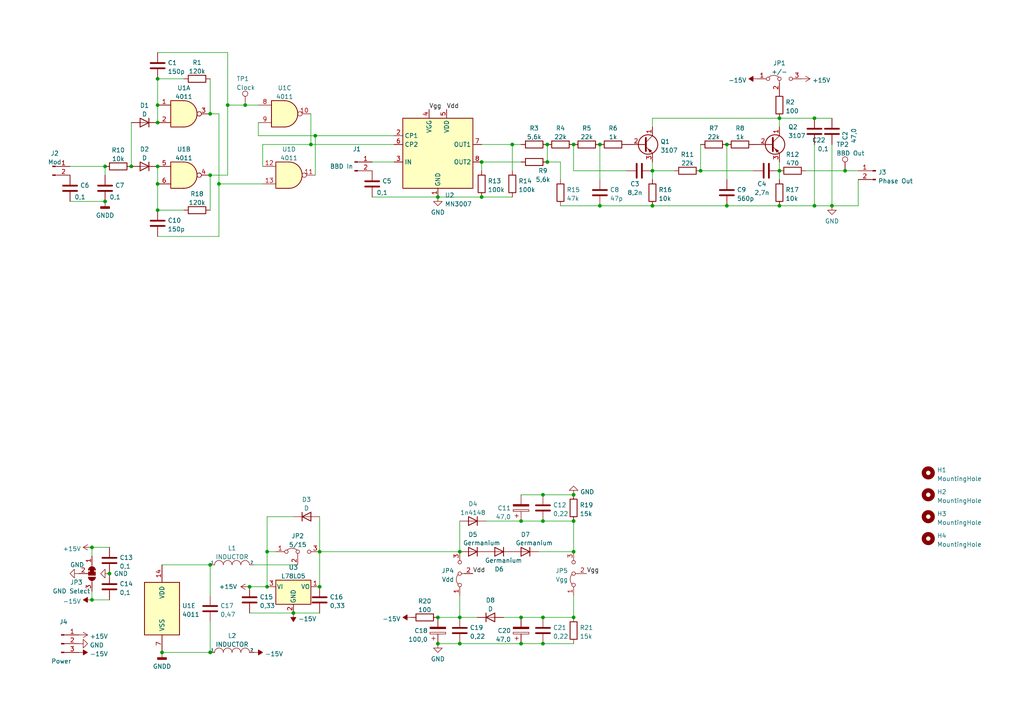
<source format=kicad_sch>
(kicad_sch (version 20211123) (generator eeschema)
  (paper "A4")
  (lib_symbols
    (symbol "4xxx:4011" (pin_names (offset 1.016))
      (property "Reference" "U" (at 0 1.27 0))
      (property "Value" "4011" (at 0 -1.27 0))
      (symbol "4011_1_1"
        (arc (start 0 -3.81) (mid 3.81 0) (end 0 3.81) (stroke (width 0.254)) (fill (type background)))
        (polyline (pts (xy 0 3.81) (xy -3.81 3.81) (xy -3.81 -3.81) (xy 0 -3.81)) (stroke (width 0.254)) (fill (type background)))
        (pin input line (at -7.62 2.54 0) (length 3.81) (name "~") (number "1"))
        (pin input line (at -7.62 -2.54 0) (length 3.81) (name "~") (number "2"))
        (pin output inverted (at 7.62 0 180) (length 3.81) (name "~") (number "3"))
      )
      (symbol "4011_1_2"
        (arc (start -3.81 -3.81) (mid -2.589 0) (end -3.81 3.81) (stroke (width 0.254)))
        (arc (start -0.6096 -3.81) (mid 2.1842 -2.5851) (end 3.81 0) (stroke (width 0.254)) (fill (type background)))
        (polyline (pts (xy -3.81 -3.81) (xy -0.635 -3.81)) (stroke (width 0.254)) (fill (type background)))
        (polyline (pts (xy -3.81 3.81) (xy -0.635 3.81)) (stroke (width 0.254)) (fill (type background)))
        (polyline (pts (xy -0.635 3.81) (xy -3.81 3.81) (xy -3.81 3.81) (xy -3.556 3.4036) (xy -3.0226 2.2606) (xy -2.6924 1.0414) (xy -2.6162 -0.254) (xy -2.7686 -1.4986) (xy -3.175 -2.7178) (xy -3.81 -3.81) (xy -3.81 -3.81) (xy -0.635 -3.81)) (stroke (width -25.4)) (fill (type background)))
        (arc (start 3.81 0) (mid 2.1915 2.5936) (end -0.6096 3.81) (stroke (width 0.254)) (fill (type background)))
        (pin input inverted (at -7.62 2.54 0) (length 4.318) (name "~") (number "1"))
        (pin input inverted (at -7.62 -2.54 0) (length 4.318) (name "~") (number "2"))
        (pin output line (at 7.62 0 180) (length 3.81) (name "~") (number "3"))
      )
      (symbol "4011_2_1"
        (arc (start 0 -3.81) (mid 3.81 0) (end 0 3.81) (stroke (width 0.254)) (fill (type background)))
        (polyline (pts (xy 0 3.81) (xy -3.81 3.81) (xy -3.81 -3.81) (xy 0 -3.81)) (stroke (width 0.254)) (fill (type background)))
        (pin output inverted (at 7.62 0 180) (length 3.81) (name "~") (number "4"))
        (pin input line (at -7.62 2.54 0) (length 3.81) (name "~") (number "5"))
        (pin input line (at -7.62 -2.54 0) (length 3.81) (name "~") (number "6"))
      )
      (symbol "4011_2_2"
        (arc (start -3.81 -3.81) (mid -2.589 0) (end -3.81 3.81) (stroke (width 0.254)))
        (arc (start -0.6096 -3.81) (mid 2.1842 -2.5851) (end 3.81 0) (stroke (width 0.254)) (fill (type background)))
        (polyline (pts (xy -3.81 -3.81) (xy -0.635 -3.81)) (stroke (width 0.254)) (fill (type background)))
        (polyline (pts (xy -3.81 3.81) (xy -0.635 3.81)) (stroke (width 0.254)) (fill (type background)))
        (polyline (pts (xy -0.635 3.81) (xy -3.81 3.81) (xy -3.81 3.81) (xy -3.556 3.4036) (xy -3.0226 2.2606) (xy -2.6924 1.0414) (xy -2.6162 -0.254) (xy -2.7686 -1.4986) (xy -3.175 -2.7178) (xy -3.81 -3.81) (xy -3.81 -3.81) (xy -0.635 -3.81)) (stroke (width -25.4)) (fill (type background)))
        (arc (start 3.81 0) (mid 2.1915 2.5936) (end -0.6096 3.81) (stroke (width 0.254)) (fill (type background)))
        (pin output line (at 7.62 0 180) (length 3.81) (name "~") (number "4"))
        (pin input inverted (at -7.62 2.54 0) (length 4.318) (name "~") (number "5"))
        (pin input inverted (at -7.62 -2.54 0) (length 4.318) (name "~") (number "6"))
      )
      (symbol "4011_3_1"
        (arc (start 0 -3.81) (mid 3.81 0) (end 0 3.81) (stroke (width 0.254)) (fill (type background)))
        (polyline (pts (xy 0 3.81) (xy -3.81 3.81) (xy -3.81 -3.81) (xy 0 -3.81)) (stroke (width 0.254)) (fill (type background)))
        (pin output inverted (at 7.62 0 180) (length 3.81) (name "~") (number "10"))
        (pin input line (at -7.62 2.54 0) (length 3.81) (name "~") (number "8"))
        (pin input line (at -7.62 -2.54 0) (length 3.81) (name "~") (number "9"))
      )
      (symbol "4011_3_2"
        (arc (start -3.81 -3.81) (mid -2.589 0) (end -3.81 3.81) (stroke (width 0.254)))
        (arc (start -0.6096 -3.81) (mid 2.1842 -2.5851) (end 3.81 0) (stroke (width 0.254)) (fill (type background)))
        (polyline (pts (xy -3.81 -3.81) (xy -0.635 -3.81)) (stroke (width 0.254)) (fill (type background)))
        (polyline (pts (xy -3.81 3.81) (xy -0.635 3.81)) (stroke (width 0.254)) (fill (type background)))
        (polyline (pts (xy -0.635 3.81) (xy -3.81 3.81) (xy -3.81 3.81) (xy -3.556 3.4036) (xy -3.0226 2.2606) (xy -2.6924 1.0414) (xy -2.6162 -0.254) (xy -2.7686 -1.4986) (xy -3.175 -2.7178) (xy -3.81 -3.81) (xy -3.81 -3.81) (xy -0.635 -3.81)) (stroke (width -25.4)) (fill (type background)))
        (arc (start 3.81 0) (mid 2.1915 2.5936) (end -0.6096 3.81) (stroke (width 0.254)) (fill (type background)))
        (pin output line (at 7.62 0 180) (length 3.81) (name "~") (number "10"))
        (pin input inverted (at -7.62 2.54 0) (length 4.318) (name "~") (number "8"))
        (pin input inverted (at -7.62 -2.54 0) (length 4.318) (name "~") (number "9"))
      )
      (symbol "4011_4_1"
        (arc (start 0 -3.81) (mid 3.81 0) (end 0 3.81) (stroke (width 0.254)) (fill (type background)))
        (polyline (pts (xy 0 3.81) (xy -3.81 3.81) (xy -3.81 -3.81) (xy 0 -3.81)) (stroke (width 0.254)) (fill (type background)))
        (pin output inverted (at 7.62 0 180) (length 3.81) (name "~") (number "11"))
        (pin input line (at -7.62 2.54 0) (length 3.81) (name "~") (number "12"))
        (pin input line (at -7.62 -2.54 0) (length 3.81) (name "~") (number "13"))
      )
      (symbol "4011_4_2"
        (arc (start -3.81 -3.81) (mid -2.589 0) (end -3.81 3.81) (stroke (width 0.254)))
        (arc (start -0.6096 -3.81) (mid 2.1842 -2.5851) (end 3.81 0) (stroke (width 0.254)) (fill (type background)))
        (polyline (pts (xy -3.81 -3.81) (xy -0.635 -3.81)) (stroke (width 0.254)) (fill (type background)))
        (polyline (pts (xy -3.81 3.81) (xy -0.635 3.81)) (stroke (width 0.254)) (fill (type background)))
        (polyline (pts (xy -0.635 3.81) (xy -3.81 3.81) (xy -3.81 3.81) (xy -3.556 3.4036) (xy -3.0226 2.2606) (xy -2.6924 1.0414) (xy -2.6162 -0.254) (xy -2.7686 -1.4986) (xy -3.175 -2.7178) (xy -3.81 -3.81) (xy -3.81 -3.81) (xy -0.635 -3.81)) (stroke (width -25.4)) (fill (type background)))
        (arc (start 3.81 0) (mid 2.1915 2.5936) (end -0.6096 3.81) (stroke (width 0.254)) (fill (type background)))
        (pin output line (at 7.62 0 180) (length 3.81) (name "~") (number "11"))
        (pin input inverted (at -7.62 2.54 0) (length 4.318) (name "~") (number "12"))
        (pin input inverted (at -7.62 -2.54 0) (length 4.318) (name "~") (number "13"))
      )
      (symbol "4011_5_0"
        (pin power_in line (at 0 12.7 270) (length 5.08) (name "VDD") (number "14"))
        (pin power_in line (at 0 -12.7 90) (length 5.08) (name "VSS") (number "7"))
      )
      (symbol "4011_5_1"
        (rectangle (start -5.08 7.62) (end 5.08 -7.62) (stroke (width 0.254)) (fill (type background)))
      )
    )
    (symbol "Audio:MN3007"
      (property "Reference" "U" (at -10.16 12.7 0))
      (property "Value" "MN3007" (at 10.16 -12.7 0))
      (symbol "MN3007_0_1"
        (rectangle (start -10.16 10.16) (end 10.16 -10.16) (stroke (width 0.254)) (fill (type background)))
      )
      (symbol "MN3007_1_1"
        (pin power_in line (at 0 -12.7 90) (length 2.54) (name "GND") (number "1"))
        (pin input line (at -12.7 5.08 0) (length 2.54) (name "CP1") (number "2"))
        (pin input line (at -12.7 -2.54 0) (length 2.54) (name "IN") (number "3"))
        (pin power_in line (at -2.54 12.7 270) (length 2.54) (name "VGG") (number "4"))
        (pin power_in line (at 2.54 12.7 270) (length 2.54) (name "VDD") (number "5"))
        (pin input line (at -12.7 2.54 0) (length 2.54) (name "CP2") (number "6"))
        (pin output line (at 12.7 2.54 180) (length 2.54) (name "OUT1") (number "7"))
        (pin output line (at 12.7 -2.54 180) (length 2.54) (name "OUT2") (number "8"))
      )
    )
    (symbol "Connector:Conn_01x02_Male" (pin_names (offset 1.016) hide)
      (property "Reference" "J" (at 0 2.54 0))
      (property "Value" "Conn_01x02_Male" (at 0 -5.08 0))
      (symbol "Conn_01x02_Male_1_1"
        (polyline (pts (xy 1.27 -2.54) (xy 0.8636 -2.54)) (stroke (width 0.1524)))
        (polyline (pts (xy 1.27 0) (xy 0.8636 0)) (stroke (width 0.1524)))
        (rectangle (start 0.8636 -2.413) (end 0 -2.667) (stroke (width 0.1524)) (fill (type outline)))
        (rectangle (start 0.8636 0.127) (end 0 -0.127) (stroke (width 0.1524)) (fill (type outline)))
        (pin passive line (at 5.08 0 180) (length 3.81) (name "Pin_1") (number "1"))
        (pin passive line (at 5.08 -2.54 180) (length 3.81) (name "Pin_2") (number "2"))
      )
    )
    (symbol "Connector:Conn_01x03_Male" (pin_names (offset 1.016) hide)
      (property "Reference" "J" (at 0 5.08 0))
      (property "Value" "Conn_01x03_Male" (at 0 -5.08 0))
      (symbol "Conn_01x03_Male_1_1"
        (polyline (pts (xy 1.27 -2.54) (xy 0.8636 -2.54)) (stroke (width 0.1524)))
        (polyline (pts (xy 1.27 0) (xy 0.8636 0)) (stroke (width 0.1524)))
        (polyline (pts (xy 1.27 2.54) (xy 0.8636 2.54)) (stroke (width 0.1524)))
        (rectangle (start 0.8636 -2.413) (end 0 -2.667) (stroke (width 0.1524)) (fill (type outline)))
        (rectangle (start 0.8636 0.127) (end 0 -0.127) (stroke (width 0.1524)) (fill (type outline)))
        (rectangle (start 0.8636 2.667) (end 0 2.413) (stroke (width 0.1524)) (fill (type outline)))
        (pin passive line (at 5.08 2.54 180) (length 3.81) (name "Pin_1") (number "1"))
        (pin passive line (at 5.08 0 180) (length 3.81) (name "Pin_2") (number "2"))
        (pin passive line (at 5.08 -2.54 180) (length 3.81) (name "Pin_3") (number "3"))
      )
    )
    (symbol "Connector:TestPoint" (pin_numbers hide) (pin_names (offset 0.762) hide)
      (property "Reference" "TP" (at 0 6.858 0))
      (property "Value" "TestPoint" (at 0 5.08 0))
      (symbol "TestPoint_0_1"
        (circle (center 0 3.302) (radius 0.762))
      )
      (symbol "TestPoint_1_1"
        (pin passive line (at 0 0 90) (length 2.54) (name "1") (number "1"))
      )
    )
    (symbol "Device:C" (pin_numbers hide) (pin_names (offset 0.254))
      (property "Reference" "C" (at 0.635 2.54 0))
      (property "Value" "C" (at 0.635 -2.54 0))
      (symbol "C_0_1"
        (polyline (pts (xy -2.032 -0.762) (xy 2.032 -0.762)) (stroke (width 0.508)))
        (polyline (pts (xy -2.032 0.762) (xy 2.032 0.762)) (stroke (width 0.508)))
      )
      (symbol "C_1_1"
        (pin passive line (at 0 3.81 270) (length 2.794) (name "~") (number "1"))
        (pin passive line (at 0 -3.81 90) (length 2.794) (name "~") (number "2"))
      )
    )
    (symbol "Device:C_Polarized" (pin_numbers hide) (pin_names (offset 0.254))
      (property "Reference" "C" (at 0.635 2.54 0))
      (property "Value" "C_Polarized" (at 0.635 -2.54 0))
      (symbol "C_Polarized_0_1"
        (rectangle (start -2.286 0.508) (end 2.286 1.016))
        (polyline (pts (xy -1.778 2.286) (xy -0.762 2.286)))
        (polyline (pts (xy -1.27 2.794) (xy -1.27 1.778)))
        (rectangle (start 2.286 -0.508) (end -2.286 -1.016) (fill (type outline)))
      )
      (symbol "C_Polarized_1_1"
        (pin passive line (at 0 3.81 270) (length 2.794) (name "~") (number "1"))
        (pin passive line (at 0 -3.81 90) (length 2.794) (name "~") (number "2"))
      )
    )
    (symbol "Device:D" (pin_numbers hide) (pin_names (offset 1.016) hide)
      (property "Reference" "D" (at 0 2.54 0))
      (property "Value" "D" (at 0 -2.54 0))
      (symbol "D_0_1"
        (polyline (pts (xy -1.27 1.27) (xy -1.27 -1.27)) (stroke (width 0.254)))
        (polyline (pts (xy 1.27 0) (xy -1.27 0)))
        (polyline (pts (xy 1.27 1.27) (xy 1.27 -1.27) (xy -1.27 0) (xy 1.27 1.27)) (stroke (width 0.254)))
      )
      (symbol "D_1_1"
        (pin passive line (at -3.81 0 0) (length 2.54) (name "K") (number "1"))
        (pin passive line (at 3.81 0 180) (length 2.54) (name "A") (number "2"))
      )
    )
    (symbol "Device:Q_PNP_CBE" (pin_names (offset 0) hide)
      (property "Reference" "Q" (at 5.08 1.27 0))
      (property "Value" "Q_PNP_CBE" (at 5.08 -1.27 0))
      (symbol "Q_PNP_CBE_0_1"
        (polyline (pts (xy 0.635 0.635) (xy 2.54 2.54)))
        (polyline (pts (xy 0.635 -0.635) (xy 2.54 -2.54) (xy 2.54 -2.54)))
        (polyline (pts (xy 0.635 1.905) (xy 0.635 -1.905) (xy 0.635 -1.905)) (stroke (width 0.508)))
        (polyline (pts (xy 2.286 -1.778) (xy 1.778 -2.286) (xy 1.27 -1.27) (xy 2.286 -1.778) (xy 2.286 -1.778)) (fill (type outline)))
        (circle (center 1.27 0) (radius 2.8194) (stroke (width 0.254)))
      )
      (symbol "Q_PNP_CBE_1_1"
        (pin passive line (at 2.54 5.08 270) (length 2.54) (name "C") (number "1"))
        (pin input line (at -5.08 0 0) (length 5.715) (name "B") (number "2"))
        (pin passive line (at 2.54 -5.08 90) (length 2.54) (name "E") (number "3"))
      )
    )
    (symbol "Device:R" (pin_numbers hide) (pin_names (offset 0))
      (property "Reference" "R" (at 2.032 0 90))
      (property "Value" "R" (at 0 0 90))
      (symbol "R_0_1"
        (rectangle (start -1.016 -2.54) (end 1.016 2.54) (stroke (width 0.254)))
      )
      (symbol "R_1_1"
        (pin passive line (at 0 3.81 270) (length 1.27) (name "~") (number "1"))
        (pin passive line (at 0 -3.81 90) (length 1.27) (name "~") (number "2"))
      )
    )
    (symbol "Jumper:Jumper_3_Bridged12" (pin_names (offset 0) hide)
      (property "Reference" "JP" (at -2.54 -2.54 0))
      (property "Value" "Jumper_3_Bridged12" (at 0 2.794 0))
      (symbol "Jumper_3_Bridged12_0_0"
        (circle (center -3.302 0) (radius 0.508))
        (circle (center 0 0) (radius 0.508))
        (circle (center 3.302 0) (radius 0.508))
      )
      (symbol "Jumper_3_Bridged12_0_1"
        (arc (start -0.254 0.508) (mid -1.651 0.9912) (end -3.048 0.508))
        (polyline (pts (xy 0 -1.27) (xy 0 -0.508)))
      )
      (symbol "Jumper_3_Bridged12_1_1"
        (pin passive line (at -6.35 0 0) (length 2.54) (name "A") (number "1"))
        (pin passive line (at 0 -3.81 90) (length 2.54) (name "C") (number "2"))
        (pin passive line (at 6.35 0 180) (length 2.54) (name "B") (number "3"))
      )
    )
    (symbol "Jumper:SolderJumper_3_Bridged12" (pin_names (offset 0) hide)
      (property "Reference" "JP" (at -2.54 -2.54 0))
      (property "Value" "SolderJumper_3_Bridged12" (at 0 2.794 0))
      (symbol "SolderJumper_3_Bridged12_0_1"
        (rectangle (start -1.016 0.508) (end -0.508 -0.508) (fill (type outline)))
        (arc (start -1.016 1.016) (mid -2.032 0) (end -1.016 -1.016))
        (arc (start -1.016 1.016) (mid -2.032 0) (end -1.016 -1.016) (fill (type outline)))
        (rectangle (start -0.508 1.016) (end 0.508 -1.016) (fill (type outline)))
        (polyline (pts (xy -2.54 0) (xy -2.032 0)))
        (polyline (pts (xy -1.016 1.016) (xy -1.016 -1.016)))
        (polyline (pts (xy 0 -1.27) (xy 0 -1.016)))
        (polyline (pts (xy 1.016 1.016) (xy 1.016 -1.016)))
        (polyline (pts (xy 2.54 0) (xy 2.032 0)))
        (arc (start 1.016 -1.016) (mid 2.032 0) (end 1.016 1.016))
        (arc (start 1.016 -1.016) (mid 2.032 0) (end 1.016 1.016) (fill (type outline)))
      )
      (symbol "SolderJumper_3_Bridged12_1_1"
        (pin passive line (at -5.08 0 0) (length 2.54) (name "A") (number "1"))
        (pin passive line (at 0 -3.81 90) (length 2.54) (name "C") (number "2"))
        (pin passive line (at 5.08 0 180) (length 2.54) (name "B") (number "3"))
      )
    )
    (symbol "Mechanical:MountingHole" (pin_names (offset 1.016))
      (property "Reference" "H" (at 0 5.08 0))
      (property "Value" "MountingHole" (at 0 3.175 0))
      (symbol "MountingHole_0_1"
        (circle (center 0 0) (radius 1.27) (stroke (width 1.27)))
      )
    )
    (symbol "Regulator_Linear:L78L05_TO92" (pin_names (offset 0.254))
      (property "Reference" "U" (at -3.81 3.175 0))
      (property "Value" "L78L05_TO92" (at 0 3.175 0))
      (symbol "L78L05_TO92_0_1"
        (rectangle (start -5.08 -5.08) (end 5.08 1.905) (stroke (width 0.254)) (fill (type background)))
      )
      (symbol "L78L05_TO92_1_1"
        (pin power_out line (at 7.62 0 180) (length 2.54) (name "VO") (number "1"))
        (pin power_in line (at 0 -7.62 90) (length 2.54) (name "GND") (number "2"))
        (pin power_in line (at -7.62 0 0) (length 2.54) (name "VI") (number "3"))
      )
    )
    (symbol "power:+15V" (power) (pin_names (offset 0))
      (property "Value" "+15V" (at 0 3.556 0))
      (symbol "+15V_0_1"
        (polyline (pts (xy -0.762 1.27) (xy 0 2.54)))
        (polyline (pts (xy 0 0) (xy 0 2.54)))
        (polyline (pts (xy 0 2.54) (xy 0.762 1.27)))
      )
      (symbol "+15V_1_1"
        (pin power_in line (at 0 0 90) (length 0) hide (name "+15V") (number "1"))
      )
    )
    (symbol "power:-15V" (power) (pin_names (offset 0))
      (property "Value" "-15V" (at 0 3.81 0))
      (symbol "-15V_0_0"
        (pin power_in line (at 0 0 90) (length 0) hide (name "-15V") (number "1"))
      )
      (symbol "-15V_0_1"
        (polyline (pts (xy 0 0) (xy 0 1.27) (xy 0.762 1.27) (xy 0 2.54) (xy -0.762 1.27) (xy 0 1.27)) (fill (type outline)))
      )
    )
    (symbol "power:GND" (power) (pin_names (offset 0))
      (property "Value" "GND" (at 0 -3.81 0))
      (symbol "GND_0_1"
        (polyline (pts (xy 0 0) (xy 0 -1.27) (xy 1.27 -1.27) (xy 0 -2.54) (xy -1.27 -1.27) (xy 0 -1.27)))
      )
      (symbol "GND_1_1"
        (pin power_in line (at 0 0 270) (length 0) hide (name "GND") (number "1"))
      )
    )
    (symbol "power:GNDD" (power) (pin_names (offset 0))
      (property "Value" "GNDD" (at 0 -3.175 0))
      (symbol "GNDD_0_1"
        (rectangle (start -1.27 -1.524) (end 1.27 -2.032) (stroke (width 0.254)) (fill (type outline)))
        (polyline (pts (xy 0 0) (xy 0 -1.524)))
      )
      (symbol "GNDD_1_1"
        (pin power_in line (at 0 0 270) (length 0) hide (name "GNDD") (number "1"))
      )
    )
    (symbol "pspice:INDUCTOR" (pin_numbers hide) (pin_names (offset 0))
      (property "Reference" "L" (at 0 2.54 0))
      (property "Value" "INDUCTOR" (at 0 -1.27 0))
      (symbol "INDUCTOR_0_1"
        (arc (start -2.54 0) (mid -3.81 1.27) (end -5.08 0))
        (arc (start 0 0) (mid -1.27 1.27) (end -2.54 0))
        (arc (start 2.54 0) (mid 1.27 1.27) (end 0 0))
        (arc (start 5.08 0) (mid 3.81 1.27) (end 2.54 0))
      )
      (symbol "INDUCTOR_1_1"
        (pin input line (at -6.35 0 0) (length 1.27) (name "1") (number "1"))
        (pin input line (at 6.35 0 180) (length 1.27) (name "2") (number "2"))
      )
    )
  )
  (junction (at 66.04 30.48))
  (junction (at 85.09 177.8))
  (junction (at 60.96 50.8))
  (junction (at 30.48 58.42))
  (junction (at 148.59 41.91))
  (junction (at 241.3 59.69))
  (junction (at 226.06 34.29))
  (junction (at 226.06 49.53))
  (junction (at 189.23 49.53))
  (junction (at 139.7 46.99))
  (junction (at 173.99 41.91))
  (junction (at 166.37 160.02))
  (junction (at 158.75 46.99))
  (junction (at 77.47 170.18))
  (junction (at 127 179.07))
  (junction (at 166.37 41.91))
  (junction (at 157.48 186.69))
  (junction (at 60.96 163.83))
  (junction (at 203.2 49.53))
  (junction (at 245.11 49.53))
  (junction (at 45.72 53.34))
  (junction (at 236.22 59.69))
  (junction (at 60.96 33.02))
  (junction (at 92.71 170.18))
  (junction (at 77.47 160.02))
  (junction (at 127 57.15))
  (junction (at 157.48 151.13))
  (junction (at 173.99 59.69))
  (junction (at 92.71 160.02))
  (junction (at 236.22 34.29))
  (junction (at 151.13 179.07))
  (junction (at 127 186.69))
  (junction (at 30.48 48.26))
  (junction (at 45.72 35.56))
  (junction (at 166.37 143.51))
  (junction (at 45.72 60.96))
  (junction (at 26.67 173.99))
  (junction (at 210.82 59.69))
  (junction (at 63.5 53.34))
  (junction (at 45.72 48.26))
  (junction (at 38.1 48.26))
  (junction (at 157.48 143.51))
  (junction (at 72.39 170.18))
  (junction (at 157.48 179.07))
  (junction (at 139.7 57.15))
  (junction (at 45.72 30.48))
  (junction (at 71.12 30.48))
  (junction (at 189.23 59.69))
  (junction (at 166.37 151.13))
  (junction (at 133.35 160.02))
  (junction (at 133.35 179.07))
  (junction (at 166.37 179.07))
  (junction (at 210.82 41.91))
  (junction (at 45.72 22.86))
  (junction (at 226.06 59.69))
  (junction (at 90.17 41.91))
  (junction (at 26.67 158.75))
  (junction (at 31.75 166.37))
  (junction (at 158.75 41.91))
  (junction (at 151.13 186.69))
  (junction (at 133.35 186.69))
  (junction (at 151.13 151.13))
  (junction (at 46.99 189.23))
  (junction (at 60.96 189.23))
  (junction (at 91.44 39.37))
  (wire (pts (xy 45.72 30.48) (xy 45.72 35.56)))
  (wire (pts (xy 162.56 46.99) (xy 158.75 46.99)))
  (wire (pts (xy 162.56 59.69) (xy 173.99 59.69)))
  (wire (pts (xy 53.34 60.96) (xy 45.72 60.96)))
  (wire (pts (xy 45.72 60.96) (xy 45.72 53.34)))
  (wire (pts (xy 45.72 48.26) (xy 45.72 53.34)))
  (wire (pts (xy 140.97 151.13) (xy 151.13 151.13)))
  (wire (pts (xy 72.39 170.18) (xy 77.47 170.18)))
  (wire (pts (xy 162.56 52.07) (xy 162.56 46.99)))
  (wire (pts (xy 189.23 49.53) (xy 189.23 52.07)))
  (wire (pts (xy 26.67 158.75) (xy 26.67 161.29)))
  (wire (pts (xy 127 186.69) (xy 133.35 186.69)))
  (wire (pts (xy 173.99 59.69) (xy 189.23 59.69)))
  (wire (pts (xy 218.44 49.53) (xy 203.2 49.53)))
  (wire (pts (xy 74.93 39.37) (xy 91.44 39.37)))
  (wire (pts (xy 166.37 172.72) (xy 166.37 179.07)))
  (wire (pts (xy 151.13 151.13) (xy 157.48 151.13)))
  (wire (pts (xy 85.09 177.8) (xy 92.71 177.8)))
  (wire (pts (xy 53.34 22.86) (xy 45.72 22.86)))
  (wire (pts (xy 210.82 59.69) (xy 226.06 59.69)))
  (wire (pts (xy 26.67 158.75) (xy 31.75 158.75)))
  (wire (pts (xy 139.7 46.99) (xy 139.7 49.53)))
  (wire (pts (xy 133.35 172.72) (xy 133.35 179.07)))
  (wire (pts (xy 92.71 149.86) (xy 92.71 160.02)))
  (wire (pts (xy 166.37 151.13) (xy 166.37 160.02)))
  (wire (pts (xy 133.35 179.07) (xy 138.43 179.07)))
  (wire (pts (xy 146.05 179.07) (xy 151.13 179.07)))
  (wire (pts (xy 60.96 163.83) (xy 60.96 172.72)))
  (wire (pts (xy 127 57.15) (xy 139.7 57.15)))
  (wire (pts (xy 173.99 41.91) (xy 173.99 52.07)))
  (wire (pts (xy 63.5 53.34) (xy 63.5 33.02)))
  (wire (pts (xy 45.72 15.24) (xy 66.04 15.24)))
  (wire (pts (xy 226.06 46.99) (xy 226.06 49.53)))
  (wire (pts (xy 46.99 163.83) (xy 60.96 163.83)))
  (wire (pts (xy 91.44 39.37) (xy 114.3 39.37)))
  (wire (pts (xy 245.11 49.53) (xy 248.92 49.53)))
  (wire (pts (xy 151.13 143.51) (xy 157.48 143.51)))
  (wire (pts (xy 156.21 160.02) (xy 166.37 160.02)))
  (wire (pts (xy 107.95 46.99) (xy 114.3 46.99)))
  (wire (pts (xy 189.23 36.83) (xy 189.23 34.29)))
  (wire (pts (xy 66.04 15.24) (xy 66.04 30.48)))
  (wire (pts (xy 248.92 52.07) (xy 248.92 59.69)))
  (wire (pts (xy 73.66 163.83) (xy 86.36 163.83)))
  (wire (pts (xy 236.22 41.91) (xy 236.22 59.69)))
  (wire (pts (xy 133.35 151.13) (xy 133.35 160.02)))
  (wire (pts (xy 85.09 149.86) (xy 77.47 149.86)))
  (wire (pts (xy 90.17 41.91) (xy 114.3 41.91)))
  (wire (pts (xy 77.47 160.02) (xy 77.47 170.18)))
  (wire (pts (xy 181.61 49.53) (xy 166.37 49.53)))
  (wire (pts (xy 107.95 57.15) (xy 127 57.15)))
  (wire (pts (xy 74.93 30.48) (xy 71.12 30.48)))
  (wire (pts (xy 226.06 34.29) (xy 226.06 36.83)))
  (wire (pts (xy 241.3 41.91) (xy 241.3 59.69)))
  (wire (pts (xy 91.44 39.37) (xy 91.44 50.8)))
  (wire (pts (xy 30.48 50.8) (xy 30.48 48.26)))
  (wire (pts (xy 20.32 48.26) (xy 30.48 48.26)))
  (wire (pts (xy 45.72 68.58) (xy 63.5 68.58)))
  (wire (pts (xy 233.68 49.53) (xy 245.11 49.53)))
  (wire (pts (xy 157.48 143.51) (xy 166.37 143.51)))
  (wire (pts (xy 72.39 177.8) (xy 85.09 177.8)))
  (wire (pts (xy 148.59 41.91) (xy 151.13 41.91)))
  (wire (pts (xy 76.2 41.91) (xy 76.2 48.26)))
  (wire (pts (xy 236.22 59.69) (xy 226.06 59.69)))
  (wire (pts (xy 92.71 160.02) (xy 92.71 170.18)))
  (wire (pts (xy 139.7 46.99) (xy 151.13 46.99)))
  (wire (pts (xy 26.67 171.45) (xy 26.67 173.99)))
  (wire (pts (xy 166.37 49.53) (xy 166.37 41.91)))
  (wire (pts (xy 20.32 58.42) (xy 30.48 58.42)))
  (wire (pts (xy 157.48 179.07) (xy 166.37 179.07)))
  (wire (pts (xy 203.2 49.53) (xy 203.2 41.91)))
  (wire (pts (xy 80.01 160.02) (xy 77.47 160.02)))
  (wire (pts (xy 139.7 57.15) (xy 148.59 57.15)))
  (wire (pts (xy 151.13 186.69) (xy 157.48 186.69)))
  (wire (pts (xy 63.5 68.58) (xy 63.5 53.34)))
  (wire (pts (xy 92.71 160.02) (xy 133.35 160.02)))
  (wire (pts (xy 133.35 186.69) (xy 151.13 186.69)))
  (wire (pts (xy 60.96 189.23) (xy 60.96 180.34)))
  (wire (pts (xy 46.99 189.23) (xy 60.96 189.23)))
  (wire (pts (xy 26.67 173.99) (xy 31.75 173.99)))
  (wire (pts (xy 127 179.07) (xy 133.35 179.07)))
  (wire (pts (xy 139.7 41.91) (xy 148.59 41.91)))
  (wire (pts (xy 236.22 34.29) (xy 241.3 34.29)))
  (wire (pts (xy 226.06 34.29) (xy 236.22 34.29)))
  (wire (pts (xy 210.82 41.91) (xy 210.82 52.07)))
  (wire (pts (xy 195.58 49.53) (xy 189.23 49.53)))
  (wire (pts (xy 38.1 35.56) (xy 38.1 48.26)))
  (wire (pts (xy 248.92 59.69) (xy 241.3 59.69)))
  (wire (pts (xy 66.04 30.48) (xy 71.12 30.48)))
  (wire (pts (xy 157.48 186.69) (xy 166.37 186.69)))
  (wire (pts (xy 90.17 41.91) (xy 76.2 41.91)))
  (wire (pts (xy 189.23 59.69) (xy 210.82 59.69)))
  (wire (pts (xy 241.3 59.69) (xy 236.22 59.69)))
  (wire (pts (xy 63.5 53.34) (xy 76.2 53.34)))
  (wire (pts (xy 66.04 30.48) (xy 66.04 50.8)))
  (wire (pts (xy 77.47 149.86) (xy 77.47 160.02)))
  (wire (pts (xy 66.04 50.8) (xy 60.96 50.8)))
  (wire (pts (xy 226.06 49.53) (xy 226.06 52.07)))
  (wire (pts (xy 189.23 46.99) (xy 189.23 49.53)))
  (wire (pts (xy 148.59 41.91) (xy 148.59 49.53)))
  (wire (pts (xy 74.93 35.56) (xy 74.93 39.37)))
  (wire (pts (xy 157.48 151.13) (xy 166.37 151.13)))
  (wire (pts (xy 63.5 33.02) (xy 60.96 33.02)))
  (wire (pts (xy 158.75 41.91) (xy 158.75 46.99)))
  (wire (pts (xy 60.96 22.86) (xy 60.96 33.02)))
  (wire (pts (xy 90.17 33.02) (xy 90.17 41.91)))
  (wire (pts (xy 60.96 50.8) (xy 60.96 60.96)))
  (wire (pts (xy 189.23 34.29) (xy 226.06 34.29)))
  (wire (pts (xy 151.13 179.07) (xy 157.48 179.07)))
  (wire (pts (xy 45.72 22.86) (xy 45.72 30.48)))
  (label "Vdd" (at 137.16 166.37 0))
  (label "Vdd" (at 129.54 31.75 0))
  (label "Vgg" (at 124.46 31.75 0))
  (label "Vgg" (at 170.18 166.37 0))
  (symbol (lib_id "Connector:Conn_01x02_Male") (at 102.87 46.99 0) (unit 1)
    (property "Reference" "J1" (at 103.505 43.214 0))
    (property "Value" "BBD In" (at 99.06 48.26 0))
    (property "Footprint" "Connector_PinHeader_2.54mm:PinHeader_1x02_P2.54mm_Vertical" (effects hide))
  )
  (symbol (lib_id "Device:C_Polarized") (at 151.13 147.32 0) (mirror x) (unit 1)
    (property "Reference" "C11" (at 148.2091 147.3743 0) (effects (justify right)))
    (property "Value" "47,0" (at 148.2091 149.9112 0) (effects (justify right)))
    (property "Footprint" "Capacitor_SMD:C_Elec_6.3x5.8" (effects hide))
  )
  (symbol (lib_id "Device:D") (at 142.24 179.07 0) (unit 1)
    (property "Reference" "D8" (at 142.24 174.1002 0))
    (property "Value" "D" (at 142.24 176.6371 0))
    (property "Footprint" "Diode_SMD:D_MiniMELF_Handsoldering" (effects hide))
  )
  (symbol (lib_id "4xxx:4011") (at 46.99 176.53 0) (unit 5)
    (property "Reference" "U1" (at 52.832 175.6953 0) (effects (justify left)))
    (property "Value" "4011" (at 52.832 178.2322 0) (effects (justify left)))
    (property "Footprint" "Package_DIP:DIP-14_W7.62mm" (effects hide))
    (property "Datasheet" "http://www.intersil.com/content/dam/Intersil/documents/cd40/cd4011bms-12bms-23bms.pdf" (effects hide))
  )
  (symbol (lib_id "Device:D") (at 144.78 160.02 180) (unit 1)
    (property "Reference" "D6" (at 144.78 165.1 0))
    (property "Value" "Germanium" (at 146.05 162.56 0))
    (property "Footprint" "Diode_THT:D_5W_P12.70mm_Horizontal" (effects hide))
  )
  (symbol (lib_id "power:GND") (at 127 57.15 0) (unit 1)
    (property "Reference" "#PWR0119" (effects hide))
    (property "Value" "GND" (at 127 61.5934 0))
  )
  (symbol (lib_id "Device:C_Polarized") (at 151.13 182.88 0) (mirror x) (unit 1)
    (property "Reference" "C20" (at 148.2091 182.9343 0) (effects (justify right)))
    (property "Value" "47,0" (at 148.2091 185.4712 0) (effects (justify right)))
    (property "Footprint" "Capacitor_SMD:C_Elec_6.3x5.8" (effects hide))
  )
  (symbol (lib_id "Audio:MN3007") (at 127 44.45 0) (unit 1)
    (property "Reference" "U2" (at 129.0194 56.6404 0) (effects (justify left)))
    (property "Value" "MN3007" (at 129.0194 59.1773 0) (effects (justify left)))
    (property "Footprint" "Package_DIP:DIP-8_W7.62mm" (effects hide))
    (property "Datasheet" "http://www.experimentalistsanonymous.com/diy/Datasheets/MN3007.pdf" (effects hide))
  )
  (symbol (lib_id "power:-15V") (at 119.38 179.07 90) (unit 1)
    (property "Reference" "#PWR0102" (effects hide))
    (property "Value" "-15V" (at 116.205 179.5038 90) (effects (justify left)))
  )
  (symbol (lib_id "power:-15V") (at 219.71 22.86 90) (unit 1)
    (property "Reference" "#PWR0117" (effects hide))
    (property "Value" "-15V" (at 216.535 23.2938 90) (effects (justify left)))
  )
  (symbol (lib_id "Device:D") (at 41.91 48.26 180) (unit 1)
    (property "Reference" "D2" (at 41.91 43.2902 0))
    (property "Value" "D" (at 41.91 45.8271 0))
    (property "Footprint" "Diode_SMD:D_MiniMELF_Handsoldering" (effects hide))
  )
  (symbol (lib_id "Connector:Conn_01x02_Male") (at 254 49.53 0) (mirror y) (unit 1)
    (property "Reference" "J3" (at 254.7112 49.9653 0) (effects (justify right)))
    (property "Value" "Phase Out" (at 254.7112 52.5022 0) (effects (justify right)))
    (property "Footprint" "Connector_PinHeader_2.54mm:PinHeader_1x02_P2.54mm_Vertical" (effects hide))
  )
  (symbol (lib_id "Device:R") (at 177.8 41.91 90) (unit 1)
    (property "Reference" "R6" (at 177.8 37.1942 90))
    (property "Value" "1k" (at 177.8 39.7311 90))
    (property "Footprint" "Resistor_SMD:R_1206_3216Metric_Pad1.30x1.75mm_HandSolder" (effects hide))
  )
  (symbol (lib_id "Device:Q_PNP_CBE") (at 223.52 41.91 0) (unit 1)
    (property "Reference" "Q2" (at 228.6 36.83 0) (effects (justify left)))
    (property "Value" "3107" (at 228.6 39.37 0) (effects (justify left)))
    (property "Footprint" "Package_TO_SOT_THT:TO-92" (effects hide))
  )
  (symbol (lib_id "power:GND") (at 22.86 166.37 270) (unit 1)
    (property "Reference" "#PWR0112" (effects hide))
    (property "Value" "GND" (at 20.32 163.83 90) (effects (justify left)))
  )
  (symbol (lib_id "Regulator_Linear:L78L05_TO92") (at 85.09 170.18 0) (unit 1)
    (property "Reference" "U3" (at 85.09 164.5752 0))
    (property "Value" "L78L05" (at 85.09 167.1121 0))
    (property "Footprint" "Package_TO_SOT_THT:TO-92_Inline" (effects hide))
    (property "Datasheet" "http://www.st.com/content/ccc/resource/technical/document/datasheet/15/55/e5/aa/23/5b/43/fd/CD00000446.pdf/files/CD00000446.pdf/jcr:content/translations/en.CD00000446.pdf" (effects hide))
  )
  (symbol (lib_id "Device:R") (at 154.94 46.99 270) (unit 1)
    (property "Reference" "R9" (at 157.48 49.53 90))
    (property "Value" "5,6k" (at 157.48 52.07 90))
    (property "Footprint" "Resistor_SMD:R_1206_3216Metric_Pad1.30x1.75mm_HandSolder" (effects hide))
  )
  (symbol (lib_id "4xxx:4011") (at 53.34 50.8 0) (unit 2)
    (property "Reference" "U1" (at 53.34 43.2902 0))
    (property "Value" "4011" (at 53.34 45.8271 0))
    (property "Footprint" "Package_DIP:DIP-14_W7.62mm" (effects hide))
    (property "Datasheet" "http://www.intersil.com/content/dam/Intersil/documents/cd40/cd4011bms-12bms-23bms.pdf" (effects hide))
  )
  (symbol (lib_id "Device:C_Polarized") (at 127 182.88 0) (mirror x) (unit 1)
    (property "Reference" "C18" (at 124.0791 182.9343 0) (effects (justify right)))
    (property "Value" "100,0" (at 124.0791 185.4712 0) (effects (justify right)))
    (property "Footprint" "Capacitor_SMD:C_Elec_6.3x5.8" (effects hide))
  )
  (symbol (lib_id "power:-15V") (at 85.09 177.8 180) (unit 1)
    (property "Reference" "#PWR0105" (effects hide))
    (property "Value" "-15V" (at 86.487 179.5038 0) (effects (justify right)))
  )
  (symbol (lib_id "Device:C") (at 31.75 162.56 0) (unit 1)
    (property "Reference" "C13" (at 34.671 161.7253 0) (effects (justify left)))
    (property "Value" "0,1" (at 34.671 164.2622 0) (effects (justify left)))
    (property "Footprint" "Capacitor_SMD:C_1206_3216Metric_Pad1.33x1.80mm_HandSolder" (effects hide))
  )
  (symbol (lib_id "Device:R") (at 162.56 55.88 180) (unit 1)
    (property "Reference" "R15" (at 164.338 55.0453 0) (effects (justify right)))
    (property "Value" "47k" (at 164.338 57.5822 0) (effects (justify right)))
    (property "Footprint" "Resistor_SMD:R_1206_3216Metric_Pad1.30x1.75mm_HandSolder" (effects hide))
  )
  (symbol (lib_id "Device:C") (at 60.96 176.53 0) (unit 1)
    (property "Reference" "C17" (at 63.881 175.6953 0) (effects (justify left)))
    (property "Value" "0,47" (at 63.881 178.2322 0) (effects (justify left)))
    (property "Footprint" "Capacitor_SMD:C_0805_2012Metric_Pad1.18x1.45mm_HandSolder" (effects hide))
  )
  (symbol (lib_id "Device:R") (at 139.7 53.34 180) (unit 1)
    (property "Reference" "R13" (at 141.478 52.5053 0) (effects (justify right)))
    (property "Value" "100k" (at 141.478 55.0422 0) (effects (justify right)))
    (property "Footprint" "Resistor_SMD:R_1206_3216Metric_Pad1.30x1.75mm_HandSolder" (effects hide))
  )
  (symbol (lib_id "pspice:INDUCTOR") (at 67.31 163.83 0) (unit 1)
    (property "Reference" "L1" (at 67.31 158.9872 0))
    (property "Value" "INDUCTOR" (at 67.31 161.5241 0))
    (property "Footprint" "Inductor_THT:L_Radial_D10.0mm_P5.00mm_Fastron_07P" (effects hide))
  )
  (symbol (lib_id "power:+15V") (at 232.41 22.86 270) (unit 1)
    (property "Reference" "#PWR0116" (effects hide))
    (property "Value" "+15V" (at 235.585 23.2938 90) (effects (justify left)))
  )
  (symbol (lib_id "Connector:TestPoint") (at 245.11 49.53 0) (unit 1)
    (property "Reference" "TP2" (at 242.57 41.91 0) (effects (justify left)))
    (property "Value" "BBD Out" (at 242.57 44.45 0) (effects (justify left)))
    (property "Footprint" "Connector_PinHeader_2.54mm:PinHeader_1x01_P2.54mm_Vertical" (effects hide))
  )
  (symbol (lib_id "power:+15V") (at 26.67 158.75 90) (unit 1)
    (property "Reference" "#PWR0107" (effects hide))
    (property "Value" "+15V" (at 23.495 159.1838 90) (effects (justify left)))
  )
  (symbol (lib_id "Device:C") (at 210.82 55.88 180) (unit 1)
    (property "Reference" "C9" (at 213.741 55.0453 0) (effects (justify right)))
    (property "Value" "560p" (at 213.741 57.5822 0) (effects (justify right)))
    (property "Footprint" "Capacitor_THT:C_Disc_D5.0mm_W2.5mm_P2.50mm" (effects hide))
  )
  (symbol (lib_id "Connector:Conn_01x02_Male") (at 15.24 48.26 0) (unit 1)
    (property "Reference" "J2" (at 15.875 44.484 0))
    (property "Value" "Mod" (at 15.875 47.0209 0))
    (property "Footprint" "Connector_PinHeader_2.54mm:PinHeader_1x02_P2.54mm_Vertical" (effects hide))
  )
  (symbol (lib_id "Jumper:SolderJumper_3_Bridged12") (at 26.67 166.37 270) (unit 1)
    (property "Reference" "JP3" (at 20.32 168.91 90) (effects (justify left)))
    (property "Value" "GND Select" (at 15.24 171.45 90) (effects (justify left)))
    (property "Footprint" "Connector_PinHeader_2.54mm:PinHeader_1x03_P2.54mm_Vertical" (effects hide))
  )
  (symbol (lib_id "power:GNDD") (at 46.99 189.23 0) (unit 1)
    (property "Reference" "#PWR0111" (effects hide))
    (property "Value" "GNDD" (at 46.99 193.2924 0))
  )
  (symbol (lib_id "Device:C") (at 45.72 19.05 0) (unit 1)
    (property "Reference" "C1" (at 48.641 18.2153 0) (effects (justify left)))
    (property "Value" "150p" (at 48.641 20.7522 0) (effects (justify left)))
    (property "Footprint" "Capacitor_THT:C_Disc_D5.0mm_W2.5mm_P2.50mm" (effects hide))
  )
  (symbol (lib_id "Device:R") (at 166.37 147.32 0) (unit 1)
    (property "Reference" "R19" (at 168.148 146.4853 0) (effects (justify left)))
    (property "Value" "15k" (at 168.148 149.0222 0) (effects (justify left)))
    (property "Footprint" "Resistor_SMD:R_1206_3216Metric_Pad1.30x1.75mm_HandSolder" (effects hide))
  )
  (symbol (lib_id "Device:C") (at 157.48 147.32 0) (unit 1)
    (property "Reference" "C12" (at 160.401 146.4853 0) (effects (justify left)))
    (property "Value" "0,22" (at 160.401 149.0222 0) (effects (justify left)))
    (property "Footprint" "Capacitor_SMD:C_0805_2012Metric_Pad1.18x1.45mm_HandSolder" (effects hide))
  )
  (symbol (lib_id "Device:R") (at 57.15 60.96 90) (unit 1)
    (property "Reference" "R18" (at 57.15 56.2442 90))
    (property "Value" "120k" (at 57.15 58.7811 90))
    (property "Footprint" "Resistor_SMD:R_1206_3216Metric_Pad1.30x1.75mm_HandSolder" (effects hide))
  )
  (symbol (lib_id "power:GND") (at 31.75 166.37 270) (unit 1)
    (property "Reference" "#PWR0114" (effects hide))
    (property "Value" "GND" (at 33.02 166.37 90) (effects (justify left)))
  )
  (symbol (lib_id "4xxx:4011") (at 82.55 33.02 0) (unit 3)
    (property "Reference" "U1" (at 82.55 25.5102 0))
    (property "Value" "4011" (at 82.55 28.0471 0))
    (property "Footprint" "Package_DIP:DIP-14_W7.62mm" (effects hide))
    (property "Datasheet" "http://www.intersil.com/content/dam/Intersil/documents/cd40/cd4011bms-12bms-23bms.pdf" (effects hide))
  )
  (symbol (lib_id "Device:C") (at 185.42 49.53 90) (unit 1)
    (property "Reference" "C3" (at 184.15 53.34 90))
    (property "Value" "8,2n" (at 184.15 55.88 90))
    (property "Footprint" "Capacitor_THT:C_Disc_D5.0mm_W2.5mm_P2.50mm" (effects hide))
  )
  (symbol (lib_id "power:-15V") (at 22.86 189.23 270) (unit 1)
    (property "Reference" "#PWR0109" (effects hide))
    (property "Value" "-15V" (at 26.035 189.6638 90) (effects (justify left)))
  )
  (symbol (lib_id "4xxx:4011") (at 83.82 50.8 0) (unit 4)
    (property "Reference" "U1" (at 83.82 43.2902 0))
    (property "Value" "4011" (at 83.82 45.8271 0))
    (property "Footprint" "Package_DIP:DIP-14_W7.62mm" (effects hide))
    (property "Datasheet" "http://www.intersil.com/content/dam/Intersil/documents/cd40/cd4011bms-12bms-23bms.pdf" (effects hide))
  )
  (symbol (lib_id "Device:D") (at 41.91 35.56 180) (unit 1)
    (property "Reference" "D1" (at 41.91 30.5902 0))
    (property "Value" "D" (at 41.91 33.1271 0))
    (property "Footprint" "Diode_SMD:D_MiniMELF_Handsoldering" (effects hide))
  )
  (symbol (lib_id "Device:C") (at 30.48 54.61 0) (unit 1)
    (property "Reference" "C7" (at 33.401 53.7753 0) (effects (justify left)))
    (property "Value" "0,1" (at 31.75 57.15 0) (effects (justify left)))
    (property "Footprint" "Capacitor_SMD:C_1206_3216Metric_Pad1.33x1.80mm_HandSolder" (effects hide))
  )
  (symbol (lib_id "Device:D") (at 137.16 160.02 180) (unit 1)
    (property "Reference" "D5" (at 137.16 155.0502 0))
    (property "Value" "Germanium" (at 139.7 157.48 0))
    (property "Footprint" "Diode_THT:D_5W_P12.70mm_Horizontal" (effects hide))
  )
  (symbol (lib_id "power:+15V") (at 72.39 170.18 90) (unit 1)
    (property "Reference" "#PWR0106" (effects hide))
    (property "Value" "+15V" (at 63.5 170.18 90) (effects (justify right)))
  )
  (symbol (lib_id "Device:Q_PNP_CBE") (at 186.69 41.91 0) (unit 1)
    (property "Reference" "Q1" (at 191.5414 41.0753 0) (effects (justify left)))
    (property "Value" "3107" (at 191.5414 43.6122 0) (effects (justify left)))
    (property "Footprint" "Package_TO_SOT_THT:TO-92" (effects hide))
  )
  (symbol (lib_id "power:GND") (at 166.37 143.51 180) (unit 1)
    (property "Reference" "#PWR0115" (effects hide))
    (property "Value" "GND" (at 168.275 142.6738 0) (effects (justify right)))
  )
  (symbol (lib_id "Device:R") (at 207.01 41.91 90) (unit 1)
    (property "Reference" "R7" (at 207.01 37.1942 90))
    (property "Value" "22k" (at 207.01 39.7311 90))
    (property "Footprint" "Resistor_SMD:R_1206_3216Metric_Pad1.30x1.75mm_HandSolder" (effects hide))
  )
  (symbol (lib_id "Device:D") (at 152.4 160.02 180) (unit 1)
    (property "Reference" "D7" (at 152.4 155.0502 0))
    (property "Value" "Germanium" (at 154.94 157.48 0))
    (property "Footprint" "Diode_THT:D_5W_P12.70mm_Horizontal" (effects hide))
  )
  (symbol (lib_id "Device:C") (at 173.99 55.88 180) (unit 1)
    (property "Reference" "C8" (at 176.911 55.0453 0) (effects (justify right)))
    (property "Value" "47p" (at 176.911 57.5822 0) (effects (justify right)))
    (property "Footprint" "Capacitor_THT:C_Disc_D5.0mm_W2.5mm_P2.50mm" (effects hide))
  )
  (symbol (lib_id "Device:R") (at 162.56 41.91 90) (unit 1)
    (property "Reference" "R4" (at 162.56 37.1942 90))
    (property "Value" "22k" (at 162.56 39.7311 90))
    (property "Footprint" "Resistor_SMD:R_1206_3216Metric_Pad1.30x1.75mm_HandSolder" (effects hide))
  )
  (symbol (lib_id "Jumper:Jumper_3_Bridged12") (at 166.37 166.37 90) (unit 1)
    (property "Reference" "JP5" (at 164.7439 165.5353 90) (effects (justify left)))
    (property "Value" "Vgg" (at 164.7439 168.0722 90) (effects (justify left)))
    (property "Footprint" "Connector_PinHeader_2.54mm:PinHeader_1x03_P2.54mm_Vertical" (effects hide))
  )
  (symbol (lib_id "Mechanical:MountingHole") (at 269.24 156.21 0) (unit 1)
    (property "Reference" "H4" (at 271.78 155.3753 0) (effects (justify left)))
    (property "Value" "MountingHole" (at 271.78 157.9122 0) (effects (justify left)))
    (property "Footprint" "MountingHole:MountingHole_3.2mm_M3" (effects hide))
  )
  (symbol (lib_id "power:GND") (at 127 186.69 0) (unit 1)
    (property "Reference" "#PWR0101" (effects hide))
    (property "Value" "GND" (at 127 191.1334 0))
  )
  (symbol (lib_id "Device:R") (at 34.29 48.26 90) (unit 1)
    (property "Reference" "R10" (at 34.29 43.5442 90))
    (property "Value" "10k" (at 34.29 46.0811 90))
    (property "Footprint" "Resistor_SMD:R_1206_3216Metric_Pad1.30x1.75mm_HandSolder" (effects hide))
  )
  (symbol (lib_id "Device:C") (at 236.22 38.1 180) (unit 1)
    (property "Reference" "C22" (at 237.49 40.64 0))
    (property "Value" "0,1" (at 238.76 43.18 0))
    (property "Footprint" "Capacitor_SMD:C_1206_3216Metric_Pad1.33x1.80mm_HandSolder" (effects hide))
  )
  (symbol (lib_id "Device:C") (at 45.72 64.77 0) (unit 1)
    (property "Reference" "C10" (at 48.641 63.9353 0) (effects (justify left)))
    (property "Value" "150p" (at 48.641 66.4722 0) (effects (justify left)))
    (property "Footprint" "Capacitor_THT:C_Disc_D5.0mm_W2.5mm_P2.50mm" (effects hide))
  )
  (symbol (lib_id "Device:R") (at 226.06 30.48 180) (unit 1)
    (property "Reference" "R2" (at 227.838 29.6453 0) (effects (justify right)))
    (property "Value" "100" (at 227.838 32.1822 0) (effects (justify right)))
    (property "Footprint" "Resistor_SMD:R_1206_3216Metric_Pad1.30x1.75mm_HandSolder" (effects hide))
  )
  (symbol (lib_id "Device:C") (at 72.39 173.99 0) (unit 1)
    (property "Reference" "C15" (at 75.311 173.1553 0) (effects (justify left)))
    (property "Value" "0,33" (at 75.311 175.6922 0) (effects (justify left)))
    (property "Footprint" "Capacitor_SMD:C_0805_2012Metric_Pad1.18x1.45mm_HandSolder" (effects hide))
  )
  (symbol (lib_id "Device:R") (at 189.23 55.88 180) (unit 1)
    (property "Reference" "R16" (at 191.008 55.0453 0) (effects (justify right)))
    (property "Value" "10k" (at 191.008 57.5822 0) (effects (justify right)))
    (property "Footprint" "Resistor_SMD:R_1206_3216Metric_Pad1.30x1.75mm_HandSolder" (effects hide))
  )
  (symbol (lib_id "Jumper:Jumper_3_Bridged12") (at 86.36 160.02 0) (unit 1)
    (property "Reference" "JP2" (at 86.36 155.456 0))
    (property "Value" "5/15" (at 86.36 157.9929 0))
    (property "Footprint" "Connector_PinHeader_2.54mm:PinHeader_1x03_P2.54mm_Vertical" (effects hide))
  )
  (symbol (lib_id "Device:C") (at 241.3 38.1 180) (unit 1)
    (property "Reference" "C2" (at 245.11 39.37 90))
    (property "Value" "47,0" (at 247.65 39.37 90))
    (property "Footprint" "Capacitor_SMD:C_Elec_6.3x5.8" (effects hide))
  )
  (symbol (lib_id "Device:D") (at 88.9 149.86 0) (unit 1)
    (property "Reference" "D3" (at 88.9 144.8902 0))
    (property "Value" "D" (at 88.9 147.4271 0))
    (property "Footprint" "Diode_SMD:D_MiniMELF_Handsoldering" (effects hide))
  )
  (symbol (lib_id "Device:C") (at 107.95 53.34 0) (unit 1)
    (property "Reference" "C5" (at 110.871 52.5053 0) (effects (justify left)))
    (property "Value" "0,1" (at 109.22 55.88 0) (effects (justify left)))
    (property "Footprint" "Capacitor_SMD:C_1206_3216Metric_Pad1.33x1.80mm_HandSolder" (effects hide))
  )
  (symbol (lib_id "Connector:TestPoint") (at 71.12 30.48 0) (unit 1)
    (property "Reference" "TP1" (at 68.58 22.86 0) (effects (justify left)))
    (property "Value" "Clock" (at 68.58 25.4 0) (effects (justify left)))
    (property "Footprint" "Connector_PinHeader_2.54mm:PinHeader_1x01_P2.54mm_Vertical" (effects hide))
  )
  (symbol (lib_id "power:-15V") (at 26.67 173.99 90) (unit 1)
    (property "Reference" "#PWR0113" (effects hide))
    (property "Value" "-15V" (at 23.495 174.4238 90) (effects (justify left)))
  )
  (symbol (lib_id "Mechanical:MountingHole") (at 269.24 143.51 0) (unit 1)
    (property "Reference" "H2" (at 271.78 142.6753 0) (effects (justify left)))
    (property "Value" "MountingHole" (at 271.78 145.2122 0) (effects (justify left)))
    (property "Footprint" "MountingHole:MountingHole_3.2mm_M3" (effects hide))
  )
  (symbol (lib_id "Device:C") (at 20.32 54.61 0) (unit 1)
    (property "Reference" "C6" (at 23.241 53.7753 0) (effects (justify left)))
    (property "Value" "0,1" (at 21.59 57.15 0) (effects (justify left)))
    (property "Footprint" "Capacitor_SMD:C_1206_3216Metric_Pad1.33x1.80mm_HandSolder" (effects hide))
  )
  (symbol (lib_id "Mechanical:MountingHole") (at 269.24 149.86 0) (unit 1)
    (property "Reference" "H3" (at 271.78 149.0253 0) (effects (justify left)))
    (property "Value" "MountingHole" (at 271.78 151.5622 0) (effects (justify left)))
    (property "Footprint" "MountingHole:MountingHole_3.2mm_M3" (effects hide))
  )
  (symbol (lib_id "Device:R") (at 229.87 49.53 90) (unit 1)
    (property "Reference" "R12" (at 229.87 44.8142 90))
    (property "Value" "470" (at 229.87 47.3511 90))
    (property "Footprint" "Resistor_SMD:R_1206_3216Metric_Pad1.30x1.75mm_HandSolder" (effects hide))
  )
  (symbol (lib_id "Device:R") (at 57.15 22.86 90) (unit 1)
    (property "Reference" "R1" (at 57.15 18.1442 90))
    (property "Value" "120k" (at 57.15 20.6811 90))
    (property "Footprint" "Resistor_SMD:R_1206_3216Metric_Pad1.30x1.75mm_HandSolder" (effects hide))
  )
  (symbol (lib_id "Connector:Conn_01x03_Male") (at 17.78 186.69 0) (unit 1)
    (property "Reference" "J4" (at 18.415 180.374 0))
    (property "Value" "Power" (at 17.78 191.77 0))
    (property "Footprint" "Connector_PinHeader_2.54mm:PinHeader_1x03_P2.54mm_Vertical" (effects hide))
  )
  (symbol (lib_id "Device:R") (at 170.18 41.91 90) (unit 1)
    (property "Reference" "R5" (at 170.18 37.1942 90))
    (property "Value" "22k" (at 170.18 39.7311 90))
    (property "Footprint" "Resistor_SMD:R_1206_3216Metric_Pad1.30x1.75mm_HandSolder" (effects hide))
  )
  (symbol (lib_id "Jumper:Jumper_3_Bridged12") (at 226.06 22.86 0) (unit 1)
    (property "Reference" "JP1" (at 226.06 18.296 0))
    (property "Value" "+/-" (at 226.06 20.8329 0))
    (property "Footprint" "Connector_PinHeader_2.54mm:PinHeader_1x03_P2.54mm_Vertical" (effects hide))
  )
  (symbol (lib_id "Device:C") (at 31.75 170.18 0) (unit 1)
    (property "Reference" "C14" (at 34.671 169.3453 0) (effects (justify left)))
    (property "Value" "0,1" (at 34.671 171.8822 0) (effects (justify left)))
    (property "Footprint" "Capacitor_SMD:C_1206_3216Metric_Pad1.33x1.80mm_HandSolder" (effects hide))
  )
  (symbol (lib_id "Device:C") (at 222.25 49.53 90) (unit 1)
    (property "Reference" "C4" (at 220.98 53.34 90))
    (property "Value" "2,7n" (at 220.98 55.88 90))
    (property "Footprint" "Capacitor_THT:C_Disc_D5.0mm_W2.5mm_P2.50mm" (effects hide))
  )
  (symbol (lib_id "power:GNDD") (at 30.48 58.42 0) (unit 1)
    (property "Reference" "#PWR0103" (effects hide))
    (property "Value" "GNDD" (at 30.48 62.4824 0))
  )
  (symbol (lib_id "pspice:INDUCTOR") (at 67.31 189.23 0) (unit 1)
    (property "Reference" "L2" (at 67.31 184.3872 0))
    (property "Value" "INDUCTOR" (at 67.31 186.9241 0))
    (property "Footprint" "Inductor_THT:L_Radial_D10.0mm_P5.00mm_Fastron_07P" (effects hide))
  )
  (symbol (lib_id "power:GND") (at 241.3 59.69 0) (unit 1)
    (property "Reference" "#PWR0118" (effects hide))
    (property "Value" "GND" (at 241.3 64.1334 0))
  )
  (symbol (lib_id "Device:R") (at 214.63 41.91 90) (unit 1)
    (property "Reference" "R8" (at 214.63 37.1942 90))
    (property "Value" "1k" (at 214.63 39.7311 90))
    (property "Footprint" "Resistor_SMD:R_1206_3216Metric_Pad1.30x1.75mm_HandSolder" (effects hide))
  )
  (symbol (lib_id "Device:R") (at 226.06 55.88 180) (unit 1)
    (property "Reference" "R17" (at 227.838 55.0453 0) (effects (justify right)))
    (property "Value" "10k" (at 227.838 57.5822 0) (effects (justify right)))
    (property "Footprint" "Resistor_SMD:R_1206_3216Metric_Pad1.30x1.75mm_HandSolder" (effects hide))
  )
  (symbol (lib_id "power:+15V") (at 22.86 184.15 270) (unit 1)
    (property "Reference" "#PWR0108" (effects hide))
    (property "Value" "+15V" (at 26.035 184.5838 90) (effects (justify left)))
  )
  (symbol (lib_id "4xxx:4011") (at 53.34 33.02 0) (unit 1)
    (property "Reference" "U1" (at 53.34 25.5102 0))
    (property "Value" "4011" (at 53.34 28.0471 0))
    (property "Footprint" "Package_DIP:DIP-14_W7.62mm" (effects hide))
    (property "Datasheet" "http://www.intersil.com/content/dam/Intersil/documents/cd40/cd4011bms-12bms-23bms.pdf" (effects hide))
  )
  (symbol (lib_id "Device:R") (at 148.59 53.34 180) (unit 1)
    (property "Reference" "R14" (at 150.368 52.5053 0) (effects (justify right)))
    (property "Value" "100k" (at 150.368 55.0422 0) (effects (justify right)))
    (property "Footprint" "Resistor_SMD:R_1206_3216Metric_Pad1.30x1.75mm_HandSolder" (effects hide))
  )
  (symbol (lib_id "Device:C") (at 157.48 182.88 0) (unit 1)
    (property "Reference" "C21" (at 160.401 182.0453 0) (effects (justify left)))
    (property "Value" "0,22" (at 160.401 184.5822 0) (effects (justify left)))
    (property "Footprint" "Capacitor_SMD:C_0805_2012Metric_Pad1.18x1.45mm_HandSolder" (effects hide))
  )
  (symbol (lib_id "Mechanical:MountingHole") (at 269.24 137.16 0) (unit 1)
    (property "Reference" "H1" (at 271.78 136.3253 0) (effects (justify left)))
    (property "Value" "MountingHole" (at 271.78 138.8622 0) (effects (justify left)))
    (property "Footprint" "MountingHole:MountingHole_3.2mm_M3" (effects hide))
  )
  (symbol (lib_id "power:GND") (at 22.86 186.69 90) (unit 1)
    (property "Reference" "#PWR0110" (effects hide))
    (property "Value" "GND" (at 26.035 187.1238 90) (effects (justify right)))
  )
  (symbol (lib_id "Device:C") (at 133.35 182.88 0) (unit 1)
    (property "Reference" "C19" (at 136.271 182.0453 0) (effects (justify left)))
    (property "Value" "0,22" (at 136.271 184.5822 0) (effects (justify left)))
    (property "Footprint" "Capacitor_SMD:C_0805_2012Metric_Pad1.18x1.45mm_HandSolder" (effects hide))
  )
  (symbol (lib_id "Device:C") (at 92.71 173.99 0) (unit 1)
    (property "Reference" "C16" (at 95.631 173.1553 0) (effects (justify left)))
    (property "Value" "0,33" (at 95.631 175.6922 0) (effects (justify left)))
    (property "Footprint" "Capacitor_SMD:C_0805_2012Metric_Pad1.18x1.45mm_HandSolder" (effects hide))
  )
  (symbol (lib_id "Device:R") (at 199.39 49.53 90) (unit 1)
    (property "Reference" "R11" (at 199.39 44.8142 90))
    (property "Value" "22k" (at 199.39 47.3511 90))
    (property "Footprint" "Resistor_SMD:R_1206_3216Metric_Pad1.30x1.75mm_HandSolder" (effects hide))
  )
  (symbol (lib_id "power:-15V") (at 73.66 189.23 270) (unit 1)
    (property "Reference" "#PWR0104" (effects hide))
    (property "Value" "-15V" (at 76.835 189.6638 90) (effects (justify left)))
  )
  (symbol (lib_id "Jumper:Jumper_3_Bridged12") (at 133.35 166.37 90) (unit 1)
    (property "Reference" "JP4" (at 131.7239 165.5353 90) (effects (justify left)))
    (property "Value" "Vdd" (at 131.7239 168.0722 90) (effects (justify left)))
    (property "Footprint" "Connector_PinHeader_2.54mm:PinHeader_1x03_P2.54mm_Vertical" (effects hide))
  )
  (symbol (lib_id "Device:D") (at 137.16 151.13 180) (unit 1)
    (property "Reference" "D4" (at 137.16 146.1602 0))
    (property "Value" "1n4148" (at 137.16 148.6971 0))
    (property "Footprint" "Diode_SMD:D_MiniMELF_Handsoldering" (effects hide))
  )
  (symbol (lib_id "Device:R") (at 154.94 41.91 270) (unit 1)
    (property "Reference" "R3" (at 154.94 37.1942 90))
    (property "Value" "5,6k" (at 154.94 39.7311 90))
    (property "Footprint" "Resistor_SMD:R_1206_3216Metric_Pad1.30x1.75mm_HandSolder" (effects hide))
  )
  (symbol (lib_id "Device:R") (at 123.19 179.07 270) (unit 1)
    (property "Reference" "R20" (at 123.19 174.3542 90))
    (property "Value" "100" (at 123.19 176.8911 90))
    (property "Footprint" "Resistor_SMD:R_1206_3216Metric_Pad1.30x1.75mm_HandSolder" (effects hide))
  )
  (symbol (lib_id "Device:R") (at 166.37 182.88 0) (unit 1)
    (property "Reference" "R21" (at 168.148 182.0453 0) (effects (justify left)))
    (property "Value" "15k" (at 168.148 184.5822 0) (effects (justify left)))
    (property "Footprint" "Resistor_SMD:R_1206_3216Metric_Pad1.30x1.75mm_HandSolder" (effects hide))
  )
)
</source>
